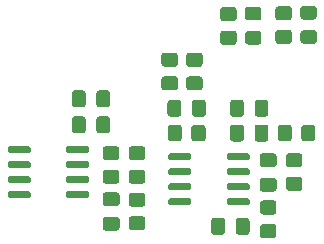
<source format=gtp>
G04 #@! TF.GenerationSoftware,KiCad,Pcbnew,(6.0.6)*
G04 #@! TF.CreationDate,2023-11-23T12:30:35+01:00*
G04 #@! TF.ProjectId,current-sensor-acs712,63757272-656e-4742-9d73-656e736f722d,rev?*
G04 #@! TF.SameCoordinates,Original*
G04 #@! TF.FileFunction,Paste,Top*
G04 #@! TF.FilePolarity,Positive*
%FSLAX46Y46*%
G04 Gerber Fmt 4.6, Leading zero omitted, Abs format (unit mm)*
G04 Created by KiCad (PCBNEW (6.0.6)) date 2023-11-23 12:30:35*
%MOMM*%
%LPD*%
G01*
G04 APERTURE LIST*
G04 APERTURE END LIST*
G36*
G01*
X108650000Y-61800000D02*
X107750000Y-61800000D01*
G75*
G02*
X107500000Y-61550000I0J250000D01*
G01*
X107500000Y-60850000D01*
G75*
G02*
X107750000Y-60600000I250000J0D01*
G01*
X108650000Y-60600000D01*
G75*
G02*
X108900000Y-60850000I0J-250000D01*
G01*
X108900000Y-61550000D01*
G75*
G02*
X108650000Y-61800000I-250000J0D01*
G01*
G37*
G36*
G01*
X108650000Y-59800000D02*
X107750000Y-59800000D01*
G75*
G02*
X107500000Y-59550000I0J250000D01*
G01*
X107500000Y-58850000D01*
G75*
G02*
X107750000Y-58600000I250000J0D01*
G01*
X108650000Y-58600000D01*
G75*
G02*
X108900000Y-58850000I0J-250000D01*
G01*
X108900000Y-59550000D01*
G75*
G02*
X108650000Y-59800000I-250000J0D01*
G01*
G37*
G36*
G01*
X95350000Y-57200000D02*
X94450000Y-57200000D01*
G75*
G02*
X94200000Y-56950000I0J250000D01*
G01*
X94200000Y-56250000D01*
G75*
G02*
X94450000Y-56000000I250000J0D01*
G01*
X95350000Y-56000000D01*
G75*
G02*
X95600000Y-56250000I0J-250000D01*
G01*
X95600000Y-56950000D01*
G75*
G02*
X95350000Y-57200000I-250000J0D01*
G01*
G37*
G36*
G01*
X95350000Y-55200000D02*
X94450000Y-55200000D01*
G75*
G02*
X94200000Y-54950000I0J250000D01*
G01*
X94200000Y-54250000D01*
G75*
G02*
X94450000Y-54000000I250000J0D01*
G01*
X95350000Y-54000000D01*
G75*
G02*
X95600000Y-54250000I0J-250000D01*
G01*
X95600000Y-54950000D01*
G75*
G02*
X95350000Y-55200000I-250000J0D01*
G01*
G37*
G36*
G01*
X106625000Y-60325000D02*
X106625000Y-61275000D01*
G75*
G02*
X106375000Y-61525000I-250000J0D01*
G01*
X105700000Y-61525000D01*
G75*
G02*
X105450000Y-61275000I0J250000D01*
G01*
X105450000Y-60325000D01*
G75*
G02*
X105700000Y-60075000I250000J0D01*
G01*
X106375000Y-60075000D01*
G75*
G02*
X106625000Y-60325000I0J-250000D01*
G01*
G37*
G36*
G01*
X104550000Y-60325000D02*
X104550000Y-61275000D01*
G75*
G02*
X104300000Y-61525000I-250000J0D01*
G01*
X103625000Y-61525000D01*
G75*
G02*
X103375000Y-61275000I0J250000D01*
G01*
X103375000Y-60325000D01*
G75*
G02*
X103625000Y-60075000I250000J0D01*
G01*
X104300000Y-60075000D01*
G75*
G02*
X104550000Y-60325000I0J-250000D01*
G01*
G37*
G36*
G01*
X86150000Y-54445000D02*
X86150000Y-54145000D01*
G75*
G02*
X86300000Y-53995000I150000J0D01*
G01*
X87950000Y-53995000D01*
G75*
G02*
X88100000Y-54145000I0J-150000D01*
G01*
X88100000Y-54445000D01*
G75*
G02*
X87950000Y-54595000I-150000J0D01*
G01*
X86300000Y-54595000D01*
G75*
G02*
X86150000Y-54445000I0J150000D01*
G01*
G37*
G36*
G01*
X86150000Y-55715000D02*
X86150000Y-55415000D01*
G75*
G02*
X86300000Y-55265000I150000J0D01*
G01*
X87950000Y-55265000D01*
G75*
G02*
X88100000Y-55415000I0J-150000D01*
G01*
X88100000Y-55715000D01*
G75*
G02*
X87950000Y-55865000I-150000J0D01*
G01*
X86300000Y-55865000D01*
G75*
G02*
X86150000Y-55715000I0J150000D01*
G01*
G37*
G36*
G01*
X86150000Y-56985000D02*
X86150000Y-56685000D01*
G75*
G02*
X86300000Y-56535000I150000J0D01*
G01*
X87950000Y-56535000D01*
G75*
G02*
X88100000Y-56685000I0J-150000D01*
G01*
X88100000Y-56985000D01*
G75*
G02*
X87950000Y-57135000I-150000J0D01*
G01*
X86300000Y-57135000D01*
G75*
G02*
X86150000Y-56985000I0J150000D01*
G01*
G37*
G36*
G01*
X86150000Y-58255000D02*
X86150000Y-57955000D01*
G75*
G02*
X86300000Y-57805000I150000J0D01*
G01*
X87950000Y-57805000D01*
G75*
G02*
X88100000Y-57955000I0J-150000D01*
G01*
X88100000Y-58255000D01*
G75*
G02*
X87950000Y-58405000I-150000J0D01*
G01*
X86300000Y-58405000D01*
G75*
G02*
X86150000Y-58255000I0J150000D01*
G01*
G37*
G36*
G01*
X91100000Y-58255000D02*
X91100000Y-57955000D01*
G75*
G02*
X91250000Y-57805000I150000J0D01*
G01*
X92900000Y-57805000D01*
G75*
G02*
X93050000Y-57955000I0J-150000D01*
G01*
X93050000Y-58255000D01*
G75*
G02*
X92900000Y-58405000I-150000J0D01*
G01*
X91250000Y-58405000D01*
G75*
G02*
X91100000Y-58255000I0J150000D01*
G01*
G37*
G36*
G01*
X91100000Y-56985000D02*
X91100000Y-56685000D01*
G75*
G02*
X91250000Y-56535000I150000J0D01*
G01*
X92900000Y-56535000D01*
G75*
G02*
X93050000Y-56685000I0J-150000D01*
G01*
X93050000Y-56985000D01*
G75*
G02*
X92900000Y-57135000I-150000J0D01*
G01*
X91250000Y-57135000D01*
G75*
G02*
X91100000Y-56985000I0J150000D01*
G01*
G37*
G36*
G01*
X91100000Y-55715000D02*
X91100000Y-55415000D01*
G75*
G02*
X91250000Y-55265000I150000J0D01*
G01*
X92900000Y-55265000D01*
G75*
G02*
X93050000Y-55415000I0J-150000D01*
G01*
X93050000Y-55715000D01*
G75*
G02*
X92900000Y-55865000I-150000J0D01*
G01*
X91250000Y-55865000D01*
G75*
G02*
X91100000Y-55715000I0J150000D01*
G01*
G37*
G36*
G01*
X91100000Y-54445000D02*
X91100000Y-54145000D01*
G75*
G02*
X91250000Y-53995000I150000J0D01*
G01*
X92900000Y-53995000D01*
G75*
G02*
X93050000Y-54145000I0J-150000D01*
G01*
X93050000Y-54445000D01*
G75*
G02*
X92900000Y-54595000I-150000J0D01*
G01*
X91250000Y-54595000D01*
G75*
G02*
X91100000Y-54445000I0J150000D01*
G01*
G37*
G36*
G01*
X109960000Y-45360000D02*
X109060000Y-45360000D01*
G75*
G02*
X108810000Y-45110000I0J250000D01*
G01*
X108810000Y-44410000D01*
G75*
G02*
X109060000Y-44160000I250000J0D01*
G01*
X109960000Y-44160000D01*
G75*
G02*
X110210000Y-44410000I0J-250000D01*
G01*
X110210000Y-45110000D01*
G75*
G02*
X109960000Y-45360000I-250000J0D01*
G01*
G37*
G36*
G01*
X109960000Y-43360000D02*
X109060000Y-43360000D01*
G75*
G02*
X108810000Y-43110000I0J250000D01*
G01*
X108810000Y-42410000D01*
G75*
G02*
X109060000Y-42160000I250000J0D01*
G01*
X109960000Y-42160000D01*
G75*
G02*
X110210000Y-42410000I0J-250000D01*
G01*
X110210000Y-43110000D01*
G75*
G02*
X109960000Y-43360000I-250000J0D01*
G01*
G37*
G36*
G01*
X104975000Y-51275000D02*
X104975000Y-50325000D01*
G75*
G02*
X105225000Y-50075000I250000J0D01*
G01*
X105900000Y-50075000D01*
G75*
G02*
X106150000Y-50325000I0J-250000D01*
G01*
X106150000Y-51275000D01*
G75*
G02*
X105900000Y-51525000I-250000J0D01*
G01*
X105225000Y-51525000D01*
G75*
G02*
X104975000Y-51275000I0J250000D01*
G01*
G37*
G36*
G01*
X107050000Y-51275000D02*
X107050000Y-50325000D01*
G75*
G02*
X107300000Y-50075000I250000J0D01*
G01*
X107975000Y-50075000D01*
G75*
G02*
X108225000Y-50325000I0J-250000D01*
G01*
X108225000Y-51275000D01*
G75*
G02*
X107975000Y-51525000I-250000J0D01*
G01*
X107300000Y-51525000D01*
G75*
G02*
X107050000Y-51275000I0J250000D01*
G01*
G37*
G36*
G01*
X96650000Y-57937500D02*
X97550000Y-57937500D01*
G75*
G02*
X97800000Y-58187500I0J-250000D01*
G01*
X97800000Y-58887500D01*
G75*
G02*
X97550000Y-59137500I-250000J0D01*
G01*
X96650000Y-59137500D01*
G75*
G02*
X96400000Y-58887500I0J250000D01*
G01*
X96400000Y-58187500D01*
G75*
G02*
X96650000Y-57937500I250000J0D01*
G01*
G37*
G36*
G01*
X96650000Y-59937500D02*
X97550000Y-59937500D01*
G75*
G02*
X97800000Y-60187500I0J-250000D01*
G01*
X97800000Y-60887500D01*
G75*
G02*
X97550000Y-61137500I-250000J0D01*
G01*
X96650000Y-61137500D01*
G75*
G02*
X96400000Y-60887500I0J250000D01*
G01*
X96400000Y-60187500D01*
G75*
G02*
X96650000Y-59937500I250000J0D01*
G01*
G37*
G36*
G01*
X96650000Y-54000000D02*
X97550000Y-54000000D01*
G75*
G02*
X97800000Y-54250000I0J-250000D01*
G01*
X97800000Y-54950000D01*
G75*
G02*
X97550000Y-55200000I-250000J0D01*
G01*
X96650000Y-55200000D01*
G75*
G02*
X96400000Y-54950000I0J250000D01*
G01*
X96400000Y-54250000D01*
G75*
G02*
X96650000Y-54000000I250000J0D01*
G01*
G37*
G36*
G01*
X96650000Y-56000000D02*
X97550000Y-56000000D01*
G75*
G02*
X97800000Y-56250000I0J-250000D01*
G01*
X97800000Y-56950000D01*
G75*
G02*
X97550000Y-57200000I-250000J0D01*
G01*
X96650000Y-57200000D01*
G75*
G02*
X96400000Y-56950000I0J250000D01*
G01*
X96400000Y-56250000D01*
G75*
G02*
X96650000Y-56000000I250000J0D01*
G01*
G37*
G36*
G01*
X108675000Y-57862500D02*
X107725000Y-57862500D01*
G75*
G02*
X107475000Y-57612500I0J250000D01*
G01*
X107475000Y-56937500D01*
G75*
G02*
X107725000Y-56687500I250000J0D01*
G01*
X108675000Y-56687500D01*
G75*
G02*
X108925000Y-56937500I0J-250000D01*
G01*
X108925000Y-57612500D01*
G75*
G02*
X108675000Y-57862500I-250000J0D01*
G01*
G37*
G36*
G01*
X108675000Y-55787500D02*
X107725000Y-55787500D01*
G75*
G02*
X107475000Y-55537500I0J250000D01*
G01*
X107475000Y-54862500D01*
G75*
G02*
X107725000Y-54612500I250000J0D01*
G01*
X108675000Y-54612500D01*
G75*
G02*
X108925000Y-54862500I0J-250000D01*
G01*
X108925000Y-55537500D01*
G75*
G02*
X108675000Y-55787500I-250000J0D01*
G01*
G37*
G36*
G01*
X105280000Y-45430000D02*
X104380000Y-45430000D01*
G75*
G02*
X104130000Y-45180000I0J250000D01*
G01*
X104130000Y-44480000D01*
G75*
G02*
X104380000Y-44230000I250000J0D01*
G01*
X105280000Y-44230000D01*
G75*
G02*
X105530000Y-44480000I0J-250000D01*
G01*
X105530000Y-45180000D01*
G75*
G02*
X105280000Y-45430000I-250000J0D01*
G01*
G37*
G36*
G01*
X105280000Y-43430000D02*
X104380000Y-43430000D01*
G75*
G02*
X104130000Y-43180000I0J250000D01*
G01*
X104130000Y-42480000D01*
G75*
G02*
X104380000Y-42230000I250000J0D01*
G01*
X105280000Y-42230000D01*
G75*
G02*
X105530000Y-42480000I0J-250000D01*
G01*
X105530000Y-43180000D01*
G75*
G02*
X105280000Y-43430000I-250000J0D01*
G01*
G37*
G36*
G01*
X110850000Y-57800000D02*
X109950000Y-57800000D01*
G75*
G02*
X109700000Y-57550000I0J250000D01*
G01*
X109700000Y-56850000D01*
G75*
G02*
X109950000Y-56600000I250000J0D01*
G01*
X110850000Y-56600000D01*
G75*
G02*
X111100000Y-56850000I0J-250000D01*
G01*
X111100000Y-57550000D01*
G75*
G02*
X110850000Y-57800000I-250000J0D01*
G01*
G37*
G36*
G01*
X110850000Y-55800000D02*
X109950000Y-55800000D01*
G75*
G02*
X109700000Y-55550000I0J250000D01*
G01*
X109700000Y-54850000D01*
G75*
G02*
X109950000Y-54600000I250000J0D01*
G01*
X110850000Y-54600000D01*
G75*
G02*
X111100000Y-54850000I0J-250000D01*
G01*
X111100000Y-55550000D01*
G75*
G02*
X110850000Y-55800000I-250000J0D01*
G01*
G37*
G36*
G01*
X102925000Y-50325000D02*
X102925000Y-51275000D01*
G75*
G02*
X102675000Y-51525000I-250000J0D01*
G01*
X102000000Y-51525000D01*
G75*
G02*
X101750000Y-51275000I0J250000D01*
G01*
X101750000Y-50325000D01*
G75*
G02*
X102000000Y-50075000I250000J0D01*
G01*
X102675000Y-50075000D01*
G75*
G02*
X102925000Y-50325000I0J-250000D01*
G01*
G37*
G36*
G01*
X100850000Y-50325000D02*
X100850000Y-51275000D01*
G75*
G02*
X100600000Y-51525000I-250000J0D01*
G01*
X99925000Y-51525000D01*
G75*
G02*
X99675000Y-51275000I0J250000D01*
G01*
X99675000Y-50325000D01*
G75*
G02*
X99925000Y-50075000I250000J0D01*
G01*
X100600000Y-50075000D01*
G75*
G02*
X100850000Y-50325000I0J-250000D01*
G01*
G37*
G36*
G01*
X112200000Y-52450000D02*
X112200000Y-53350000D01*
G75*
G02*
X111950000Y-53600000I-250000J0D01*
G01*
X111250000Y-53600000D01*
G75*
G02*
X111000000Y-53350000I0J250000D01*
G01*
X111000000Y-52450000D01*
G75*
G02*
X111250000Y-52200000I250000J0D01*
G01*
X111950000Y-52200000D01*
G75*
G02*
X112200000Y-52450000I0J-250000D01*
G01*
G37*
G36*
G01*
X110200000Y-52450000D02*
X110200000Y-53350000D01*
G75*
G02*
X109950000Y-53600000I-250000J0D01*
G01*
X109250000Y-53600000D01*
G75*
G02*
X109000000Y-53350000I0J250000D01*
G01*
X109000000Y-52450000D01*
G75*
G02*
X109250000Y-52200000I250000J0D01*
G01*
X109950000Y-52200000D01*
G75*
G02*
X110200000Y-52450000I0J-250000D01*
G01*
G37*
G36*
G01*
X101510000Y-46090000D02*
X102410000Y-46090000D01*
G75*
G02*
X102660000Y-46340000I0J-250000D01*
G01*
X102660000Y-47040000D01*
G75*
G02*
X102410000Y-47290000I-250000J0D01*
G01*
X101510000Y-47290000D01*
G75*
G02*
X101260000Y-47040000I0J250000D01*
G01*
X101260000Y-46340000D01*
G75*
G02*
X101510000Y-46090000I250000J0D01*
G01*
G37*
G36*
G01*
X101510000Y-48090000D02*
X102410000Y-48090000D01*
G75*
G02*
X102660000Y-48340000I0J-250000D01*
G01*
X102660000Y-49040000D01*
G75*
G02*
X102410000Y-49290000I-250000J0D01*
G01*
X101510000Y-49290000D01*
G75*
G02*
X101260000Y-49040000I0J250000D01*
G01*
X101260000Y-48340000D01*
G75*
G02*
X101510000Y-48090000I250000J0D01*
G01*
G37*
G36*
G01*
X91575000Y-52675000D02*
X91575000Y-51725000D01*
G75*
G02*
X91825000Y-51475000I250000J0D01*
G01*
X92500000Y-51475000D01*
G75*
G02*
X92750000Y-51725000I0J-250000D01*
G01*
X92750000Y-52675000D01*
G75*
G02*
X92500000Y-52925000I-250000J0D01*
G01*
X91825000Y-52925000D01*
G75*
G02*
X91575000Y-52675000I0J250000D01*
G01*
G37*
G36*
G01*
X93650000Y-52675000D02*
X93650000Y-51725000D01*
G75*
G02*
X93900000Y-51475000I250000J0D01*
G01*
X94575000Y-51475000D01*
G75*
G02*
X94825000Y-51725000I0J-250000D01*
G01*
X94825000Y-52675000D01*
G75*
G02*
X94575000Y-52925000I-250000J0D01*
G01*
X93900000Y-52925000D01*
G75*
G02*
X93650000Y-52675000I0J250000D01*
G01*
G37*
G36*
G01*
X107380000Y-45410000D02*
X106480000Y-45410000D01*
G75*
G02*
X106230000Y-45160000I0J250000D01*
G01*
X106230000Y-44510000D01*
G75*
G02*
X106480000Y-44260000I250000J0D01*
G01*
X107380000Y-44260000D01*
G75*
G02*
X107630000Y-44510000I0J-250000D01*
G01*
X107630000Y-45160000D01*
G75*
G02*
X107380000Y-45410000I-250000J0D01*
G01*
G37*
G36*
G01*
X107380000Y-43360000D02*
X106480000Y-43360000D01*
G75*
G02*
X106230000Y-43110000I0J250000D01*
G01*
X106230000Y-42460000D01*
G75*
G02*
X106480000Y-42210000I250000J0D01*
G01*
X107380000Y-42210000D01*
G75*
G02*
X107630000Y-42460000I0J-250000D01*
G01*
X107630000Y-43110000D01*
G75*
G02*
X107380000Y-43360000I-250000J0D01*
G01*
G37*
G36*
G01*
X94425000Y-57912500D02*
X95375000Y-57912500D01*
G75*
G02*
X95625000Y-58162500I0J-250000D01*
G01*
X95625000Y-58837500D01*
G75*
G02*
X95375000Y-59087500I-250000J0D01*
G01*
X94425000Y-59087500D01*
G75*
G02*
X94175000Y-58837500I0J250000D01*
G01*
X94175000Y-58162500D01*
G75*
G02*
X94425000Y-57912500I250000J0D01*
G01*
G37*
G36*
G01*
X94425000Y-59987500D02*
X95375000Y-59987500D01*
G75*
G02*
X95625000Y-60237500I0J-250000D01*
G01*
X95625000Y-60912500D01*
G75*
G02*
X95375000Y-61162500I-250000J0D01*
G01*
X94425000Y-61162500D01*
G75*
G02*
X94175000Y-60912500I0J250000D01*
G01*
X94175000Y-60237500D01*
G75*
G02*
X94425000Y-59987500I250000J0D01*
G01*
G37*
G36*
G01*
X99750000Y-55045000D02*
X99750000Y-54745000D01*
G75*
G02*
X99900000Y-54595000I150000J0D01*
G01*
X101550000Y-54595000D01*
G75*
G02*
X101700000Y-54745000I0J-150000D01*
G01*
X101700000Y-55045000D01*
G75*
G02*
X101550000Y-55195000I-150000J0D01*
G01*
X99900000Y-55195000D01*
G75*
G02*
X99750000Y-55045000I0J150000D01*
G01*
G37*
G36*
G01*
X99750000Y-56315000D02*
X99750000Y-56015000D01*
G75*
G02*
X99900000Y-55865000I150000J0D01*
G01*
X101550000Y-55865000D01*
G75*
G02*
X101700000Y-56015000I0J-150000D01*
G01*
X101700000Y-56315000D01*
G75*
G02*
X101550000Y-56465000I-150000J0D01*
G01*
X99900000Y-56465000D01*
G75*
G02*
X99750000Y-56315000I0J150000D01*
G01*
G37*
G36*
G01*
X99750000Y-57585000D02*
X99750000Y-57285000D01*
G75*
G02*
X99900000Y-57135000I150000J0D01*
G01*
X101550000Y-57135000D01*
G75*
G02*
X101700000Y-57285000I0J-150000D01*
G01*
X101700000Y-57585000D01*
G75*
G02*
X101550000Y-57735000I-150000J0D01*
G01*
X99900000Y-57735000D01*
G75*
G02*
X99750000Y-57585000I0J150000D01*
G01*
G37*
G36*
G01*
X99750000Y-58855000D02*
X99750000Y-58555000D01*
G75*
G02*
X99900000Y-58405000I150000J0D01*
G01*
X101550000Y-58405000D01*
G75*
G02*
X101700000Y-58555000I0J-150000D01*
G01*
X101700000Y-58855000D01*
G75*
G02*
X101550000Y-59005000I-150000J0D01*
G01*
X99900000Y-59005000D01*
G75*
G02*
X99750000Y-58855000I0J150000D01*
G01*
G37*
G36*
G01*
X104700000Y-58855000D02*
X104700000Y-58555000D01*
G75*
G02*
X104850000Y-58405000I150000J0D01*
G01*
X106500000Y-58405000D01*
G75*
G02*
X106650000Y-58555000I0J-150000D01*
G01*
X106650000Y-58855000D01*
G75*
G02*
X106500000Y-59005000I-150000J0D01*
G01*
X104850000Y-59005000D01*
G75*
G02*
X104700000Y-58855000I0J150000D01*
G01*
G37*
G36*
G01*
X104700000Y-57585000D02*
X104700000Y-57285000D01*
G75*
G02*
X104850000Y-57135000I150000J0D01*
G01*
X106500000Y-57135000D01*
G75*
G02*
X106650000Y-57285000I0J-150000D01*
G01*
X106650000Y-57585000D01*
G75*
G02*
X106500000Y-57735000I-150000J0D01*
G01*
X104850000Y-57735000D01*
G75*
G02*
X104700000Y-57585000I0J150000D01*
G01*
G37*
G36*
G01*
X104700000Y-56315000D02*
X104700000Y-56015000D01*
G75*
G02*
X104850000Y-55865000I150000J0D01*
G01*
X106500000Y-55865000D01*
G75*
G02*
X106650000Y-56015000I0J-150000D01*
G01*
X106650000Y-56315000D01*
G75*
G02*
X106500000Y-56465000I-150000J0D01*
G01*
X104850000Y-56465000D01*
G75*
G02*
X104700000Y-56315000I0J150000D01*
G01*
G37*
G36*
G01*
X104700000Y-55045000D02*
X104700000Y-54745000D01*
G75*
G02*
X104850000Y-54595000I150000J0D01*
G01*
X106500000Y-54595000D01*
G75*
G02*
X106650000Y-54745000I0J-150000D01*
G01*
X106650000Y-55045000D01*
G75*
G02*
X106500000Y-55195000I-150000J0D01*
G01*
X104850000Y-55195000D01*
G75*
G02*
X104700000Y-55045000I0J150000D01*
G01*
G37*
G36*
G01*
X104975000Y-53375000D02*
X104975000Y-52425000D01*
G75*
G02*
X105225000Y-52175000I250000J0D01*
G01*
X105900000Y-52175000D01*
G75*
G02*
X106150000Y-52425000I0J-250000D01*
G01*
X106150000Y-53375000D01*
G75*
G02*
X105900000Y-53625000I-250000J0D01*
G01*
X105225000Y-53625000D01*
G75*
G02*
X104975000Y-53375000I0J250000D01*
G01*
G37*
G36*
G01*
X107050000Y-53375000D02*
X107050000Y-52425000D01*
G75*
G02*
X107300000Y-52175000I250000J0D01*
G01*
X107975000Y-52175000D01*
G75*
G02*
X108225000Y-52425000I0J-250000D01*
G01*
X108225000Y-53375000D01*
G75*
G02*
X107975000Y-53625000I-250000J0D01*
G01*
X107300000Y-53625000D01*
G75*
G02*
X107050000Y-53375000I0J250000D01*
G01*
G37*
G36*
G01*
X99700000Y-53350000D02*
X99700000Y-52450000D01*
G75*
G02*
X99950000Y-52200000I250000J0D01*
G01*
X100650000Y-52200000D01*
G75*
G02*
X100900000Y-52450000I0J-250000D01*
G01*
X100900000Y-53350000D01*
G75*
G02*
X100650000Y-53600000I-250000J0D01*
G01*
X99950000Y-53600000D01*
G75*
G02*
X99700000Y-53350000I0J250000D01*
G01*
G37*
G36*
G01*
X101700000Y-53350000D02*
X101700000Y-52450000D01*
G75*
G02*
X101950000Y-52200000I250000J0D01*
G01*
X102650000Y-52200000D01*
G75*
G02*
X102900000Y-52450000I0J-250000D01*
G01*
X102900000Y-53350000D01*
G75*
G02*
X102650000Y-53600000I-250000J0D01*
G01*
X101950000Y-53600000D01*
G75*
G02*
X101700000Y-53350000I0J250000D01*
G01*
G37*
G36*
G01*
X99410000Y-46090000D02*
X100310000Y-46090000D01*
G75*
G02*
X100560000Y-46340000I0J-250000D01*
G01*
X100560000Y-47040000D01*
G75*
G02*
X100310000Y-47290000I-250000J0D01*
G01*
X99410000Y-47290000D01*
G75*
G02*
X99160000Y-47040000I0J250000D01*
G01*
X99160000Y-46340000D01*
G75*
G02*
X99410000Y-46090000I250000J0D01*
G01*
G37*
G36*
G01*
X99410000Y-48090000D02*
X100310000Y-48090000D01*
G75*
G02*
X100560000Y-48340000I0J-250000D01*
G01*
X100560000Y-49040000D01*
G75*
G02*
X100310000Y-49290000I-250000J0D01*
G01*
X99410000Y-49290000D01*
G75*
G02*
X99160000Y-49040000I0J250000D01*
G01*
X99160000Y-48340000D01*
G75*
G02*
X99410000Y-48090000I250000J0D01*
G01*
G37*
G36*
G01*
X91575000Y-50475000D02*
X91575000Y-49525000D01*
G75*
G02*
X91825000Y-49275000I250000J0D01*
G01*
X92500000Y-49275000D01*
G75*
G02*
X92750000Y-49525000I0J-250000D01*
G01*
X92750000Y-50475000D01*
G75*
G02*
X92500000Y-50725000I-250000J0D01*
G01*
X91825000Y-50725000D01*
G75*
G02*
X91575000Y-50475000I0J250000D01*
G01*
G37*
G36*
G01*
X93650000Y-50475000D02*
X93650000Y-49525000D01*
G75*
G02*
X93900000Y-49275000I250000J0D01*
G01*
X94575000Y-49275000D01*
G75*
G02*
X94825000Y-49525000I0J-250000D01*
G01*
X94825000Y-50475000D01*
G75*
G02*
X94575000Y-50725000I-250000J0D01*
G01*
X93900000Y-50725000D01*
G75*
G02*
X93650000Y-50475000I0J250000D01*
G01*
G37*
G36*
G01*
X112070000Y-45340000D02*
X111170000Y-45340000D01*
G75*
G02*
X110920000Y-45090000I0J250000D01*
G01*
X110920000Y-44440000D01*
G75*
G02*
X111170000Y-44190000I250000J0D01*
G01*
X112070000Y-44190000D01*
G75*
G02*
X112320000Y-44440000I0J-250000D01*
G01*
X112320000Y-45090000D01*
G75*
G02*
X112070000Y-45340000I-250000J0D01*
G01*
G37*
G36*
G01*
X112070000Y-43290000D02*
X111170000Y-43290000D01*
G75*
G02*
X110920000Y-43040000I0J250000D01*
G01*
X110920000Y-42390000D01*
G75*
G02*
X111170000Y-42140000I250000J0D01*
G01*
X112070000Y-42140000D01*
G75*
G02*
X112320000Y-42390000I0J-250000D01*
G01*
X112320000Y-43040000D01*
G75*
G02*
X112070000Y-43290000I-250000J0D01*
G01*
G37*
M02*

</source>
